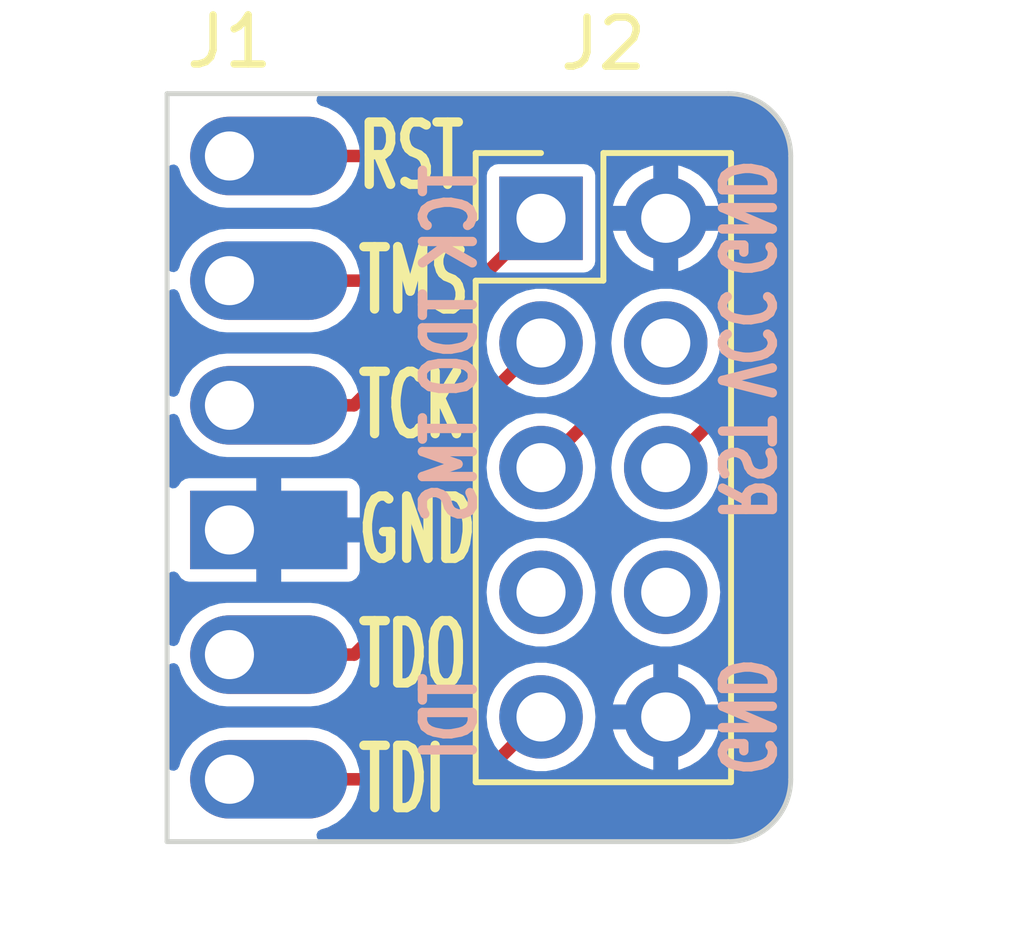
<source format=kicad_pcb>
(kicad_pcb (version 20221018) (generator pcbnew)
  (layers (0 "F.Cu" signal) (31 "B.Cu" signal) (34 "B.Paste" user) (35 "F.Paste" user) (36 "B.SilkS" user "B.Silkscreen") (37 "F.SilkS" user "F.Silkscreen") (38 "B.Mask" user) (39 "F.Mask" user) (44 "Edge.Cuts" user))
  (net 0 "")
  (net 1 "/RST")
  (net 2 "/TMS")
  (net 3 "/TCK")
  (net 4 "/GND")
  (net 5 "/TDO")
  (net 6 "/TDI")
  (footprint "custom:Sidecar-6" (layer "F.Cu") (at 140.97 90.17)
    (fp_text reference "J1" (at 0 -2.33) (layer "F.SilkS"))
    (fp_text value "Conn_01x06")
    (pad "1" thru_hole oval (at 0 0) (size 3.2 1.6) (drill 1 (offset 0.8 0)) (layers "*.Cu" "*.Mask") (net 1 "/RST"))
    (pad "2" thru_hole oval (at 0 2.54) (size 3.2 1.6) (drill 1 (offset 0.8 0)) (layers "*.Cu" "*.Mask") (net 2 "/TMS"))
    (pad "3" thru_hole oval (at 0 5.08) (size 3.2 1.6) (drill 1 (offset 0.8 0)) (layers "*.Cu" "*.Mask") (net 3 "/TCK"))
    (pad "4" thru_hole rect (at 0 7.62) (size 3.2 1.6) (drill 1 (offset 0.8 0)) (layers "*.Cu" "*.Mask") (net 4 "/GND"))
    (pad "5" thru_hole oval (at 0 10.16) (size 3.2 1.6) (drill 1 (offset 0.8 0)) (layers "*.Cu" "*.Mask") (net 5 "/TDO"))
    (pad "6" thru_hole oval (at 0 12.7) (size 3.2 1.6) (drill 1 (offset 0.8 0)) (layers "*.Cu" "*.Mask") (net 6 "/TDI"))
  )
  (footprint "Connector_PinHeader_2.54mm:PinHeader_2x05_P2.54mm_Vertical" (layer "F.Cu") (at 147.315 91.44)
    (fp_text reference "J2" (at 1.27 -3.556) (layer "F.SilkS"))
    (fp_text value "Conn_02x05_Odd_Even")
    (fp_line (start -1.33 -1.33) (end 0 -1.33) (stroke (width 0.12)) (layer "F.SilkS"))
    (fp_line (start -1.33 0) (end -1.33 -1.33) (stroke (width 0.12)) (layer "F.SilkS"))
    (fp_line (start -1.33 1.27) (end -1.33 11.49) (stroke (width 0.12)) (layer "F.SilkS"))
    (fp_line (start -1.33 1.27) (end 1.27 1.27) (stroke (width 0.12)) (layer "F.SilkS"))
    (fp_line (start -1.33 11.49) (end 3.87 11.49) (stroke (width 0.12)) (layer "F.SilkS"))
    (fp_line (start 1.27 -1.33) (end 3.87 -1.33) (stroke (width 0.12)) (layer "F.SilkS"))
    (fp_line (start 1.27 1.27) (end 1.27 -1.33) (stroke (width 0.12)) (layer "F.SilkS"))
    (fp_line (start 3.87 -1.33) (end 3.87 11.49) (stroke (width 0.12)) (layer "F.SilkS"))
    (pad "1" thru_hole rect (at 0 0) (size 1.7 1.7) (drill 1) (layers "*.Cu" "*.Mask") (net 3 "/TCK"))
    (pad "2" thru_hole oval (at 2.54 0) (size 1.7 1.7) (drill 1) (layers "*.Cu" "*.Mask") (net 4 "/GND"))
    (pad "3" thru_hole oval (at 0 2.54) (size 1.7 1.7) (drill 1) (layers "*.Cu" "*.Mask") (net 5 "/TDO"))
    (pad "4" thru_hole oval (at 2.54 2.54) (size 1.7 1.7) (drill 1) (layers "*.Cu" "*.Mask"))
    (pad "5" thru_hole oval (at 0 5.08) (size 1.7 1.7) (drill 1) (layers "*.Cu" "*.Mask") (net 2 "/TMS"))
    (pad "6" thru_hole oval (at 2.54 5.08) (size 1.7 1.7) (drill 1) (layers "*.Cu" "*.Mask") (net 1 "/RST"))
    (pad "7" thru_hole oval (at 0 7.62) (size 1.7 1.7) (drill 1) (layers "*.Cu" "*.Mask"))
    (pad "8" thru_hole oval (at 2.54 7.62) (size 1.7 1.7) (drill 1) (layers "*.Cu" "*.Mask"))
    (pad "9" thru_hole oval (at 0 10.16) (size 1.7 1.7) (drill 1) (layers "*.Cu" "*.Mask") (net 6 "/TDI"))
    (pad "10" thru_hole oval (at 2.54 10.16) (size 1.7 1.7) (drill 1) (layers "*.Cu" "*.Mask") (net 4 "/GND"))
  )
  (gr_arc (start 152.4 102.87) (mid 152.028026 103.768026) (end 151.13 104.14) (stroke (width 0.1)) (layer "Edge.Cuts"))
  (gr_line (start 151.13 88.9) (end 139.7 88.9) (stroke (width 0.1)) (layer "Edge.Cuts"))
  (gr_line (start 139.7 104.14) (end 151.13 104.14) (stroke (width 0.1)) (layer "Edge.Cuts"))
  (gr_line (start 152.4 90.17) (end 152.4 102.87) (stroke (width 0.1)) (layer "Edge.Cuts"))
  (gr_arc (start 151.13 88.9) (mid 152.028026 89.271974) (end 152.4 90.17) (stroke (width 0.1)) (layer "Edge.Cuts"))
  (gr_line (start 139.7 88.9) (end 139.7 104.14) (stroke (width 0.1)) (layer "Edge.Cuts"))
  (gr_text "GND" (at 150.876 91.44 270) (layer "B.SilkS") (effects (font (size 1.016 0.762) (thickness 0.1905) bold) (justify bottom mirror)))
  (gr_text "RST" (at 150.876 96.52 270) (layer "B.SilkS") (effects (font (size 1.016 0.762) (thickness 0.1905) bold) (justify bottom mirror)))
  (gr_text "TCK" (at 146.05 91.44 90) (layer "B.SilkS") (effects (font (size 1.016 0.762) (thickness 0.1905) bold) (justify bottom mirror)))
  (gr_text "GND" (at 150.876 101.6 270) (layer "B.SilkS") (effects (font (size 1.016 0.762) (thickness 0.1905) bold) (justify bottom mirror)))
  (gr_text "VCC" (at 150.876 93.98 270) (layer "B.SilkS") (effects (font (size 1.016 0.762) (thickness 0.1905) bold) (justify bottom mirror)))
  (gr_text "TDI" (at 146.05 101.6 90) (layer "B.SilkS") (effects (font (size 1.016 0.762) (thickness 0.1905) bold) (justify bottom mirror)))
  (gr_text "TDO" (at 146.05 93.98 90) (layer "B.SilkS") (effects (font (size 1.016 0.762) (thickness 0.1905) bold) (justify bottom mirror)))
  (gr_text "TMS" (at 146.05 96.52 90) (layer "B.SilkS") (effects (font (size 1.016 0.762) (thickness 0.1905) bold) (justify bottom mirror)))
  (gr_text "GND" (at 143.51 97.79) (layer "F.SilkS") (effects (font (size 1.27 0.762) (thickness 0.1905) bold) (justify left)))
  (gr_text "TMS" (at 143.51 92.71) (layer "F.SilkS") (effects (font (size 1.27 0.762) (thickness 0.1905) bold) (justify left)))
  (gr_text "TDI" (at 143.51 102.87) (layer "F.SilkS") (effects (font (size 1.27 0.762) (thickness 0.1905) bold) (justify left)))
  (gr_text "TDO" (at 143.51 100.33) (layer "F.SilkS") (effects (font (size 1.27 0.762) (thickness 0.1905) bold) (justify left)))
  (gr_text "RST" (at 143.51 90.17) (layer "F.SilkS") (effects (font (size 1.27 0.762) (thickness 0.1905) bold) (justify left)))
  (gr_text "TCK" (at 143.51 95.25) (layer "F.SilkS") (effects (font (size 1.27 0.762) (thickness 0.1905) bold) (justify left)))
  (segment (start 144.78 89.662) (end 150.368 89.662) (width 0.254) (layer "F.Cu") (net 1))
  (segment (start 151.13 95.245) (end 149.855 96.52) (width 0.254) (layer "F.Cu") (net 1))
  (segment (start 151.13 90.424) (end 151.13 95.245) (width 0.254) (layer "F.Cu") (net 1))
  (segment (start 150.368 89.662) (end 151.13 90.424) (width 0.254) (layer "F.Cu") (net 1))
  (segment (start 144.272 90.17) (end 144.78 89.662) (width 0.254) (layer "F.Cu") (net 1))
  (segment (start 140.97 90.17) (end 144.272 90.17) (width 0.254) (layer "F.Cu") (net 1))
  (segment (start 147.315 96.52) (end 148.585 95.25) (width 0.254) (layer "F.Cu") (net 2))
  (segment (start 148.59 95.25) (end 148.59 90.424) (width 0.254) (layer "F.Cu") (net 2))
  (segment (start 148.59 90.424) (end 148.336 90.17) (width 0.254) (layer "F.Cu") (net 2))
  (segment (start 143.764 92.71) (end 140.97 92.71) (width 0.254) (layer "F.Cu") (net 2))
  (segment (start 148.585 95.25) (end 148.59 95.25) (width 0.254) (layer "F.Cu") (net 2))
  (segment (start 148.336 90.17) (end 146.304 90.17) (width 0.254) (layer "F.Cu") (net 2))
  (segment (start 146.304 90.17) (end 143.764 92.71) (width 0.254) (layer "F.Cu") (net 2))
  (segment (start 140.97 95.25) (end 143.505 95.25) (width 0.254) (layer "F.Cu") (net 3))
  (segment (start 143.505 95.25) (end 147.315 91.44) (width 0.254) (layer "F.Cu") (net 3))
  (segment (start 143.51 100.33) (end 140.97 100.33) (width 0.254) (layer "F.Cu") (net 5))
  (segment (start 147.315 93.98) (end 144.78 96.515) (width 0.254) (layer "F.Cu") (net 5))
  (segment (start 144.78 96.515) (end 144.78 99.06) (width 0.254) (layer "F.Cu") (net 5))
  (segment (start 144.78 99.06) (end 143.51 100.33) (width 0.254) (layer "F.Cu") (net 5))
  (segment (start 140.97 102.87) (end 146.045 102.87) (width 0.254) (layer "F.Cu") (net 6))
  (segment (start 146.045 102.87) (end 147.315 101.6) (width 0.254) (layer "F.Cu") (net 6))
  (zone (net 4) (net_name "/GND") (layer "B.Cu") (connect_pads (clearance 0.254)) (min_thickness 0.254) (fill yes (thermal_gap 0.254) (thermal_bridge_width 0.508))
    (polygon (pts (xy 139.7 88.9) (xy 152.4 88.9) (xy 152.4 104.14) (xy 139.7 104.14)))
  )
)
</source>
